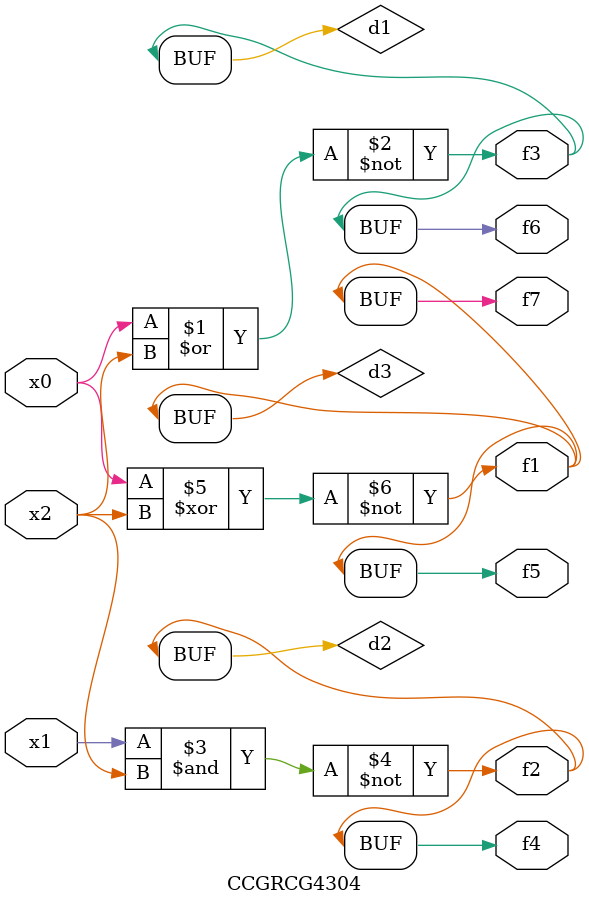
<source format=v>
module CCGRCG4304(
	input x0, x1, x2,
	output f1, f2, f3, f4, f5, f6, f7
);

	wire d1, d2, d3;

	nor (d1, x0, x2);
	nand (d2, x1, x2);
	xnor (d3, x0, x2);
	assign f1 = d3;
	assign f2 = d2;
	assign f3 = d1;
	assign f4 = d2;
	assign f5 = d3;
	assign f6 = d1;
	assign f7 = d3;
endmodule

</source>
